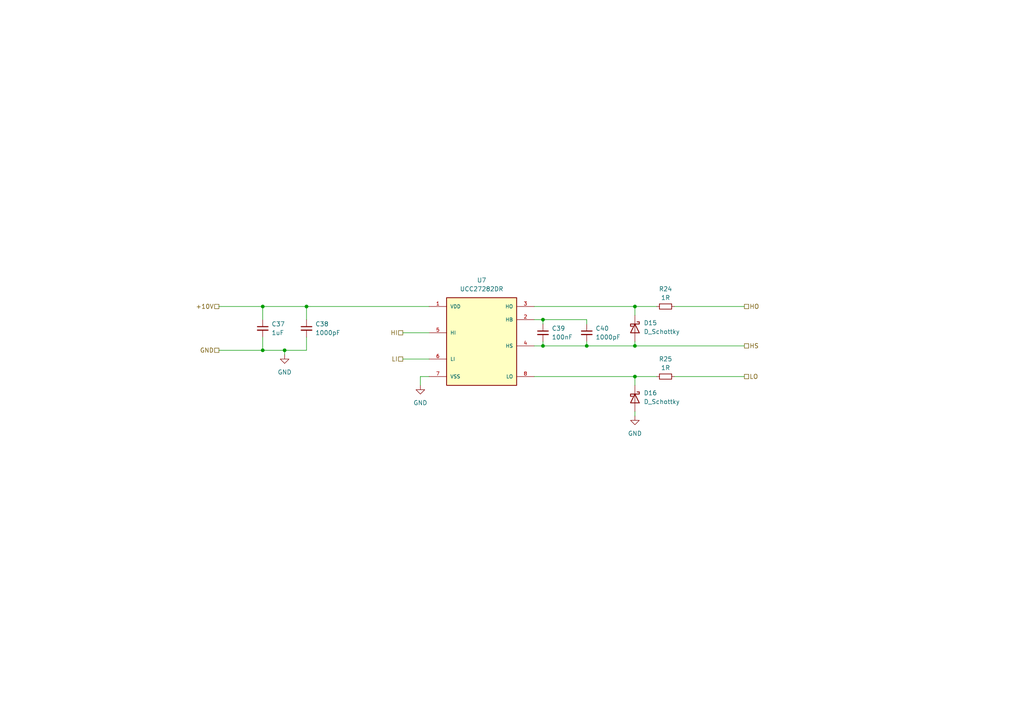
<source format=kicad_sch>
(kicad_sch (version 20211123) (generator eeschema)
  (paper "A4")
  (title_block (title "Gate driver phase V") (date "2022-07-24") (rev "1"))
  (lib_symbols
    (symbol "Device:C_Small" (pin_numbers hide) (pin_names (offset 0.254) hide)
      (property "Reference" "C" (at 0.254 1.778 0))
      (property "Value" "C_Small" (at 0.254 -2.032 0))
      (symbol "C_Small_0_1"
        (polyline (pts (xy -1.524 -0.508) (xy 1.524 -0.508)) (stroke (width 0.3302)))
        (polyline (pts (xy -1.524 0.508) (xy 1.524 0.508)) (stroke (width 0.3048)))
      )
      (symbol "C_Small_1_1"
        (pin passive line (at 0 2.54 270) (length 2.032) (name "~") (number "1"))
        (pin passive line (at 0 -2.54 90) (length 2.032) (name "~") (number "2"))
      )
    )
    (symbol "Device:D_Schottky" (pin_numbers hide) (pin_names (offset 1.016) hide)
      (property "Reference" "D" (at 0 2.54 0))
      (property "Value" "D_Schottky" (at 0 -2.54 0))
      (symbol "D_Schottky_0_1"
        (polyline (pts (xy 1.27 0) (xy -1.27 0)))
        (polyline (pts (xy 1.27 1.27) (xy 1.27 -1.27) (xy -1.27 0) (xy 1.27 1.27)) (stroke (width 0.254)))
        (polyline (pts (xy -1.905 0.635) (xy -1.905 1.27) (xy -1.27 1.27) (xy -1.27 -1.27) (xy -0.635 -1.27) (xy -0.635 -0.635)) (stroke (width 0.254)))
      )
      (symbol "D_Schottky_1_1"
        (pin passive line (at -3.81 0 0) (length 2.54) (name "K") (number "1"))
        (pin passive line (at 3.81 0 180) (length 2.54) (name "A") (number "2"))
      )
    )
    (symbol "Device:R_Small" (pin_numbers hide) (pin_names (offset 0.254) hide)
      (property "Reference" "R" (at 0.762 0.508 0))
      (property "Value" "R_Small" (at 0.762 -1.016 0))
      (symbol "R_Small_0_1"
        (rectangle (start -0.762 1.778) (end 0.762 -1.778) (stroke (width 0.2032)))
      )
      (symbol "R_Small_1_1"
        (pin passive line (at 0 2.54 270) (length 0.762) (name "~") (number "1"))
        (pin passive line (at 0 -2.54 90) (length 0.762) (name "~") (number "2"))
      )
    )
    (symbol "UCC27282DR:UCC27282DR" (pin_names (offset 1.016))
      (property "Reference" "U?" (at 0 17.78 0))
      (property "Value" "UCC27282DR" (at 0 15.24 0))
      (symbol "UCC27282DR_0_0"
        (rectangle (start -10.16 -12.7) (end 10.16 12.7) (stroke (width 0.254)) (fill (type background)))
        (pin power_in line (at -15.24 10.16 0) (length 5.08) (name "VDD") (number "1"))
        (pin passive line (at 15.24 6.35 180) (length 5.08) (name "HB") (number "2"))
        (pin output line (at 15.24 10.16 180) (length 5.08) (name "HO") (number "3"))
        (pin passive line (at 15.24 -1.27 180) (length 5.08) (name "HS") (number "4"))
        (pin input line (at -15.24 2.54 0) (length 5.08) (name "HI") (number "5"))
        (pin input line (at -15.24 -5.08 0) (length 5.08) (name "LI") (number "6"))
        (pin power_in line (at -15.24 -10.16 0) (length 5.08) (name "VSS") (number "7"))
        (pin output line (at 15.24 -10.16 180) (length 5.08) (name "LO") (number "8"))
      )
    )
    (symbol "power:GND" (power) (pin_names (offset 0))
      (property "Value" "GND" (at 0 -3.81 0))
      (symbol "GND_0_1"
        (polyline (pts (xy 0 0) (xy 0 -1.27) (xy 1.27 -1.27) (xy 0 -2.54) (xy -1.27 -1.27) (xy 0 -1.27)))
      )
      (symbol "GND_1_1"
        (pin power_in line (at 0 0 270) (length 0) hide (name "GND") (number "1"))
      )
    )
  )
  (junction (at 184.15 88.9))
  (junction (at 88.9 88.9))
  (junction (at 157.48 92.71))
  (junction (at 82.55 101.6))
  (junction (at 170.18 100.33))
  (junction (at 157.48 100.33))
  (junction (at 184.15 100.33))
  (junction (at 76.2 101.6))
  (junction (at 184.15 109.22))
  (junction (at 76.2 88.9))
  (wire (pts (xy 63.5 101.6) (xy 76.2 101.6)))
  (wire (pts (xy 184.15 109.22) (xy 184.15 111.76)))
  (wire (pts (xy 82.55 101.6) (xy 88.9 101.6)))
  (wire (pts (xy 121.92 109.22) (xy 121.92 111.76)))
  (wire (pts (xy 157.48 92.71) (xy 170.18 92.71)))
  (wire (pts (xy 76.2 101.6) (xy 82.55 101.6)))
  (wire (pts (xy 88.9 88.9) (xy 76.2 88.9)))
  (wire (pts (xy 184.15 88.9) (xy 184.15 91.44)))
  (wire (pts (xy 184.15 99.06) (xy 184.15 100.33)))
  (wire (pts (xy 157.48 92.71) (xy 157.48 93.98)))
  (wire (pts (xy 184.15 119.38) (xy 184.15 120.65)))
  (wire (pts (xy 76.2 97.79) (xy 76.2 101.6)))
  (wire (pts (xy 76.2 88.9) (xy 76.2 92.71)))
  (wire (pts (xy 170.18 100.33) (xy 184.15 100.33)))
  (wire (pts (xy 154.94 92.71) (xy 157.48 92.71)))
  (wire (pts (xy 170.18 100.33) (xy 170.18 99.06)))
  (wire (pts (xy 195.58 109.22) (xy 215.9 109.22)))
  (wire (pts (xy 124.46 96.52) (xy 116.84 96.52)))
  (wire (pts (xy 154.94 109.22) (xy 184.15 109.22)))
  (wire (pts (xy 184.15 100.33) (xy 215.9 100.33)))
  (wire (pts (xy 116.84 104.14) (xy 124.46 104.14)))
  (wire (pts (xy 157.48 99.06) (xy 157.48 100.33)))
  (wire (pts (xy 184.15 109.22) (xy 190.5 109.22)))
  (wire (pts (xy 154.94 88.9) (xy 184.15 88.9)))
  (wire (pts (xy 124.46 109.22) (xy 121.92 109.22)))
  (wire (pts (xy 157.48 100.33) (xy 154.94 100.33)))
  (wire (pts (xy 82.55 101.6) (xy 82.55 102.87)))
  (wire (pts (xy 63.5 88.9) (xy 76.2 88.9)))
  (wire (pts (xy 88.9 97.79) (xy 88.9 101.6)))
  (wire (pts (xy 88.9 88.9) (xy 88.9 92.71)))
  (wire (pts (xy 184.15 88.9) (xy 190.5 88.9)))
  (wire (pts (xy 195.58 88.9) (xy 215.9 88.9)))
  (wire (pts (xy 88.9 88.9) (xy 124.46 88.9)))
  (wire (pts (xy 157.48 100.33) (xy 170.18 100.33)))
  (wire (pts (xy 170.18 92.71) (xy 170.18 93.98)))
  (hierarchical_label "HI" (shape passive) (at 116.84 96.52 180))
  (hierarchical_label "HO" (shape passive) (at 215.9 88.9 0))
  (hierarchical_label "GND" (shape passive) (at 63.5 101.6 180))
  (hierarchical_label "LO" (shape passive) (at 215.9 109.22 0))
  (hierarchical_label "LI" (shape passive) (at 116.84 104.14 180))
  (hierarchical_label "+10V" (shape passive) (at 63.5 88.9 180))
  (hierarchical_label "HS" (shape passive) (at 215.9 100.33 0))
  (symbol (lib_id "Device:C_Small") (at 88.9 95.25 0) (unit 1)
    (property "Reference" "C38" (at 91.44 93.9862 0) (effects (justify left)))
    (property "Value" "1000pF" (at 91.44 96.5262 0) (effects (justify left)))
    (property "Footprint" "Capacitor_SMD:C_0603_1608Metric" (effects hide))
  )
  (symbol (lib_id "power:GND") (at 121.92 111.76 0) (unit 1)
    (property "Reference" "#PWR082" (effects hide))
    (property "Value" "GND" (at 121.92 116.84 0))
  )
  (symbol (lib_id "Device:C_Small") (at 76.2 95.25 0) (unit 1)
    (property "Reference" "C37" (at 78.74 93.9862 0) (effects (justify left)))
    (property "Value" "1uF" (at 78.74 96.5262 0) (effects (justify left)))
    (property "Footprint" "Capacitor_SMD:C_0603_1608Metric" (effects hide))
  )
  (symbol (lib_id "Device:C_Small") (at 170.18 96.52 0) (unit 1)
    (property "Reference" "C40" (at 172.72 95.2562 0) (effects (justify left)))
    (property "Value" "1000pF" (at 172.72 97.7962 0) (effects (justify left)))
    (property "Footprint" "Capacitor_SMD:C_0603_1608Metric" (effects hide))
  )
  (symbol (lib_id "Device:D_Schottky") (at 184.15 95.25 270) (unit 1)
    (property "Reference" "D15" (at 186.69 93.6624 90) (effects (justify left)))
    (property "Value" "D_Schottky" (at 186.69 96.2024 90) (effects (justify left)))
    (property "Footprint" "SS2P4-M3_84A:SS2P4M384A" (effects hide))
    (property "Datasheet" "https://www.vishay.com/docs/88910/ss2p2.pdf" (effects hide))
    (property "Part no" "SS2P4-M3/84A" (effects hide))
  )
  (symbol (lib_id "Device:R_Small") (at 193.04 109.22 90) (unit 1)
    (property "Reference" "R25" (at 193.04 104.14 90))
    (property "Value" "1R" (at 193.04 106.68 90))
    (property "Footprint" "Resistor_SMD:R_0603_1608Metric" (effects hide))
  )
  (symbol (lib_id "Device:D_Schottky") (at 184.15 115.57 270) (unit 1)
    (property "Reference" "D16" (at 186.69 113.9824 90) (effects (justify left)))
    (property "Value" "D_Schottky" (at 186.69 116.5224 90) (effects (justify left)))
    (property "Footprint" "SS2P4-M3_84A:SS2P4M384A" (effects hide))
    (property "Datasheet" "https://www.vishay.com/docs/88910/ss2p2.pdf" (effects hide))
    (property "Part no" "SS2P4-M3/84A" (effects hide))
  )
  (symbol (lib_id "Device:C_Small") (at 157.48 96.52 0) (unit 1)
    (property "Reference" "C39" (at 160.02 95.2562 0) (effects (justify left)))
    (property "Value" "100nF" (at 160.02 97.7962 0) (effects (justify left)))
    (property "Footprint" "Capacitor_SMD:C_0603_1608Metric" (effects hide))
  )
  (symbol (lib_id "power:GND") (at 82.55 102.87 0) (unit 1)
    (property "Reference" "#PWR081" (effects hide))
    (property "Value" "GND" (at 82.55 107.95 0))
  )
  (symbol (lib_id "power:GND") (at 184.15 120.65 0) (unit 1)
    (property "Reference" "#PWR083" (effects hide))
    (property "Value" "GND" (at 184.15 125.73 0))
  )
  (symbol (lib_id "Device:R_Small") (at 193.04 88.9 90) (unit 1)
    (property "Reference" "R24" (at 193.04 83.82 90))
    (property "Value" "1R" (at 193.04 86.36 90))
    (property "Footprint" "Resistor_SMD:R_0603_1608Metric" (effects hide))
  )
  (symbol (lib_id "UCC27282DR:UCC27282DR") (at 139.7 99.06 0) (unit 1)
    (property "Reference" "U7" (at 139.7 81.28 0))
    (property "Value" "UCC27282DR" (at 139.7 83.82 0))
    (property "Footprint" "UCC27282DR:SOIC127P599X175-8N" (effects hide))
    (property "Datasheet" "https://www.ti.com/lit/ds/symlink/ucc27282.pdf?ts=1658830366296" (effects hide))
    (property "STANDARD" "IPC 7351B" (effects hide))
    (property "PARTREV" "A" (effects hide))
    (property "MANUFACTURER" "Texas Instruments" (effects hide))
    (property "MAXIMUM_PACKAGE_HEIGHT" "1.75mm" (effects hide))
  )
)
</source>
